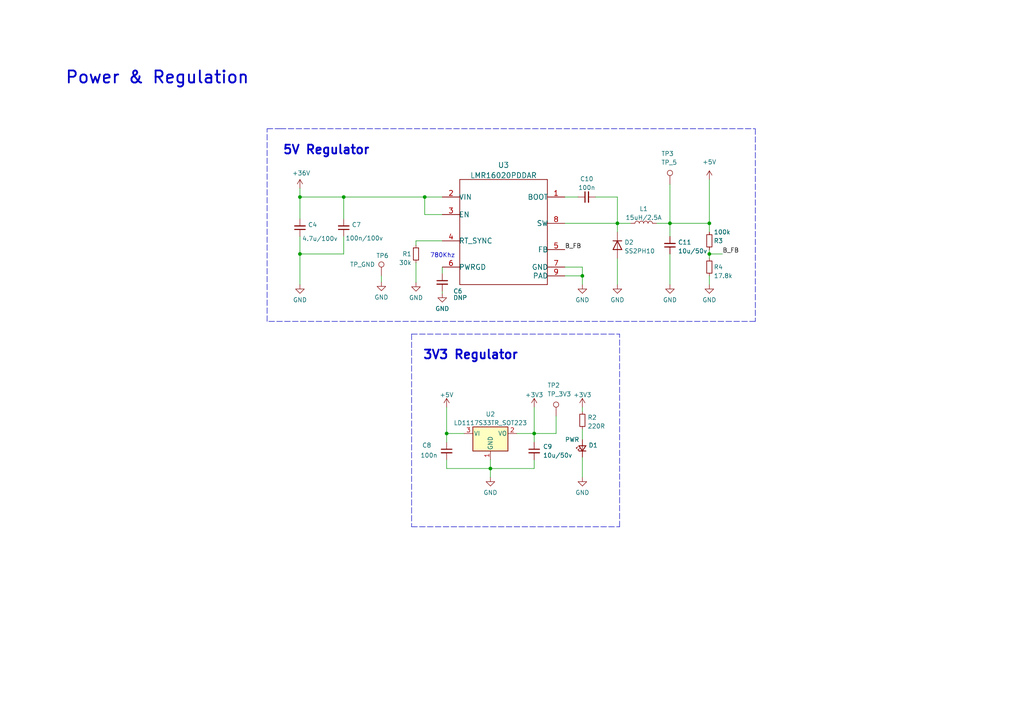
<source format=kicad_sch>
(kicad_sch (version 20250114) (generator "eeschema") (generator_version "9.0")
  (paper "A4")
  (title_block (title "ThunderSTM32") (date "2023-02-08") (rev "v1.0") (company "Yaseen M. Twati") (comment 1 "https://yaseen.ly"))
  (lib_symbols
    (symbol "+5V_1" (power) (pin_names (offset 0))
      (property "Value" "+5V_1" (at 0 3.556 0))
      (symbol "+5V_1_0_1"
        (polyline (pts (xy -0.762 1.27) (xy 0 2.54)))
        (polyline (pts (xy 0 2.54) (xy 0.762 1.27)))
        (polyline (pts (xy 0 0) (xy 0 2.54)))
      )
      (symbol "+5V_1_1_1"
        (pin power_in line (at 0 0 90) (length 0) (hide yes) (name "+5V") (number "1"))
      )
    )
    (symbol "Connector:TestPoint" (pin_numbers (hide yes)) (pin_names (offset 0.762) (hide yes))
      (property "Reference" "TP" (at 0 6.858 0))
      (property "Value" "TestPoint" (at 0 5.08 0))
      (symbol "TestPoint_0_1"
        (circle (center 0 3.302) (radius 0.762))
      )
      (symbol "TestPoint_1_1"
        (pin passive line (at 0 0 90) (length 2.54) (name "1") (number "1"))
      )
    )
    (symbol "Device:C_Small" (pin_numbers (hide yes)) (pin_names (offset 0.254) (hide yes))
      (property "Reference" "C" (at 0.254 1.778 0))
      (property "Value" "C_Small" (at 0.254 -2.032 0))
      (symbol "C_Small_0_1"
        (polyline (pts (xy -1.524 0.508) (xy 1.524 0.508)) (stroke (width 0.3048)))
        (polyline (pts (xy -1.524 -0.508) (xy 1.524 -0.508)) (stroke (width 0.3302)))
      )
      (symbol "C_Small_1_1"
        (pin passive line (at 0 2.54 270) (length 2.032) (name "~") (number "1"))
        (pin passive line (at 0 -2.54 90) (length 2.032) (name "~") (number "2"))
      )
    )
    (symbol "Device:D" (pin_numbers (hide yes)) (pin_names (offset 1.016) (hide yes))
      (property "Reference" "D" (at 0 2.54 0))
      (property "Value" "D" (at 0 -2.54 0))
      (symbol "D_0_1"
        (polyline (pts (xy -1.27 1.27) (xy -1.27 -1.27)) (stroke (width 0.254)))
        (polyline (pts (xy 1.27 1.27) (xy 1.27 -1.27) (xy -1.27 0) (xy 1.27 1.27)) (stroke (width 0.254)))
        (polyline (pts (xy 1.27 0) (xy -1.27 0)))
      )
      (symbol "D_1_1"
        (pin passive line (at -3.81 0 0) (length 2.54) (name "K") (number "1"))
        (pin passive line (at 3.81 0 180) (length 2.54) (name "A") (number "2"))
      )
    )
    (symbol "Device:L" (pin_numbers (hide yes)) (pin_names (offset 1.016) (hide yes))
      (property "Reference" "L" (at -1.27 0 90))
      (property "Value" "L" (at 1.905 0 90))
      (symbol "L_0_1"
        (arc (start 0 2.54) (mid 0.6323 1.905) (end 0 1.27))
        (arc (start 0 1.27) (mid 0.6323 0.635) (end 0 0))
        (arc (start 0 0) (mid 0.6323 -0.635) (end 0 -1.27))
        (arc (start 0 -1.27) (mid 0.6323 -1.905) (end 0 -2.54))
      )
      (symbol "L_1_1"
        (pin passive line (at 0 3.81 270) (length 1.27) (name "1") (number "1"))
        (pin passive line (at 0 -3.81 90) (length 1.27) (name "2") (number "2"))
      )
    )
    (symbol "Device:LED_Small" (pin_numbers (hide yes)) (pin_names (offset 0.254) (hide yes))
      (property "Reference" "D" (at -1.27 3.175 0))
      (property "Value" "LED_Small" (at -4.445 -2.54 0))
      (symbol "LED_Small_0_1"
        (polyline (pts (xy -0.762 -1.016) (xy -0.762 1.016)) (stroke (width 0.254)))
        (polyline (pts (xy 0 0.762) (xy -0.508 1.27) (xy -0.254 1.27) (xy -0.508 1.27) (xy -0.508 1.016)))
        (polyline (pts (xy 0.508 1.27) (xy 0 1.778) (xy 0.254 1.778) (xy 0 1.778) (xy 0 1.524)))
        (polyline (pts (xy 0.762 -1.016) (xy -0.762 0) (xy 0.762 1.016) (xy 0.762 -1.016)) (stroke (width 0.254)))
        (polyline (pts (xy 1.016 0) (xy -0.762 0)))
      )
      (symbol "LED_Small_1_1"
        (pin passive line (at -2.54 0 0) (length 1.778) (name "K") (number "1"))
        (pin passive line (at 2.54 0 180) (length 1.778) (name "A") (number "2"))
      )
    )
    (symbol "Device:R_Small" (pin_numbers (hide yes)) (pin_names (offset 0.254) (hide yes))
      (property "Reference" "R" (at 0.762 0.508 0))
      (property "Value" "R_Small" (at 0.762 -1.016 0))
      (symbol "R_Small_0_1"
        (rectangle (start -0.762 1.778) (end 0.762 -1.778) (stroke (width 0.2032)))
      )
      (symbol "R_Small_1_1"
        (pin passive line (at 0 2.54 270) (length 0.762) (name "~") (number "1"))
        (pin passive line (at 0 -2.54 90) (length 0.762) (name "~") (number "2"))
      )
    )
    (symbol "LMR16020:LMR16020PDDAR" (pin_names (offset -0.254))
      (property "Reference" "U" (at 0 2.54 0))
      (property "Value" "LMR16020PDDAR" (at 0 0 0))
      (symbol "LMR16020PDDAR_1_1"
        (polyline (pts (xy -12.7 15.24) (xy -12.7 -15.24)) (stroke (width 0.2032)))
        (polyline (pts (xy -12.7 -15.24) (xy 12.7 -15.24)) (stroke (width 0.2032)))
        (polyline (pts (xy 12.7 15.24) (xy -12.7 15.24)) (stroke (width 0.2032)))
        (polyline (pts (xy 12.7 -15.24) (xy 12.7 15.24)) (stroke (width 0.2032)))
        (pin power_in line (at -17.78 10.16 0) (length 5.08) (name "VIN") (number "2"))
        (pin input line (at -17.78 5.08 0) (length 5.08) (name "EN") (number "3"))
        (pin unspecified line (at -17.78 -2.54 0) (length 5.08) (name "RT_SYNC") (number "4"))
        (pin output line (at -17.78 -10.16 0) (length 5.08) (name "PWRGD") (number "6"))
        (pin unspecified line (at 17.78 10.16 180) (length 5.08) (name "BOOT") (number "1"))
        (pin power_in line (at 17.78 2.54 180) (length 5.08) (name "SW") (number "8"))
        (pin input line (at 17.78 -5.08 180) (length 5.08) (name "FB") (number "5"))
        (pin power_in line (at 17.78 -10.16 180) (length 5.08) (name "GND") (number "7"))
        (pin power_in line (at 17.78 -12.7 180) (length 5.08) (name "PAD") (number "9"))
      )
    )
    (symbol "Regulator_Linear:LD1117S33TR_SOT223" (pin_names (offset 0.254))
      (property "Reference" "U" (at -3.81 3.175 0))
      (property "Value" "LD1117S33TR_SOT223" (at 0 3.175 0))
      (symbol "LD1117S33TR_SOT223_0_1"
        (rectangle (start -5.08 -5.08) (end 5.08 1.905) (stroke (width 0.254)) (fill (type background)))
      )
      (symbol "LD1117S33TR_SOT223_1_1"
        (pin power_in line (at -7.62 0 0) (length 2.54) (name "VI") (number "3"))
        (pin power_in line (at 0 -7.62 90) (length 2.54) (name "GND") (number "1"))
        (pin power_out line (at 7.62 0 180) (length 2.54) (name "VO") (number "2"))
      )
    )
    (symbol "power:+36V" (power) (pin_names (offset 0))
      (property "Value" "+36V" (at 0 3.556 0))
      (symbol "+36V_0_1"
        (polyline (pts (xy -0.762 1.27) (xy 0 2.54)))
        (polyline (pts (xy 0 2.54) (xy 0.762 1.27)))
        (polyline (pts (xy 0 0) (xy 0 2.54)))
      )
      (symbol "+36V_1_1"
        (pin power_in line (at 0 0 90) (length 0) (hide yes) (name "+36V") (number "1"))
      )
    )
    (symbol "power:+3V3" (power) (pin_names (offset 0))
      (property "Value" "+3V3" (at 0 3.556 0))
      (symbol "+3V3_0_1"
        (polyline (pts (xy -0.762 1.27) (xy 0 2.54)))
        (polyline (pts (xy 0 2.54) (xy 0.762 1.27)))
        (polyline (pts (xy 0 0) (xy 0 2.54)))
      )
      (symbol "+3V3_1_1"
        (pin power_in line (at 0 0 90) (length 0) (hide yes) (name "+3V3") (number "1"))
      )
    )
    (symbol "power:+5V" (power) (pin_names (offset 0))
      (property "Value" "+5V" (at 0 3.556 0))
      (symbol "+5V_0_1"
        (polyline (pts (xy -0.762 1.27) (xy 0 2.54)))
        (polyline (pts (xy 0 2.54) (xy 0.762 1.27)))
        (polyline (pts (xy 0 0) (xy 0 2.54)))
      )
      (symbol "+5V_1_1"
        (pin power_in line (at 0 0 90) (length 0) (hide yes) (name "+5V") (number "1"))
      )
    )
    (symbol "power:GND" (power) (pin_names (offset 0))
      (property "Value" "GND" (at 0 -3.81 0))
      (symbol "GND_0_1"
        (polyline (pts (xy 0 0) (xy 0 -1.27) (xy 1.27 -1.27) (xy 0 -2.54) (xy -1.27 -1.27) (xy 0 -1.27)))
      )
      (symbol "GND_1_1"
        (pin power_in line (at 0 0 270) (length 0) (hide yes) (name "GND") (number "1"))
      )
    )
  )
  (text "5V Regulator" (at 81.915 45.085 0) (effects (font (size 2.54 2.54) (thickness 0.508) (bold yes)) (justify left bottom)))
  (text "Power & Regulation" (at 18.796 24.638 0) (effects (font (size 3.5 3.5) (thickness 0.508) (bold yes)) (justify left bottom)))
  (text "780Khz\n" (at 124.714 74.93 0) (effects (font (size 1.27 1.27)) (justify left bottom)))
  (text "3V3 Regulator" (at 122.555 104.521 0) (effects (font (size 2.54 2.54) (thickness 0.508) (bold yes)) (justify left bottom)))
  (junction (at 205.74 64.77))
  (junction (at 86.995 57.15))
  (junction (at 129.54 125.73))
  (junction (at 123.19 57.15))
  (junction (at 99.695 57.15))
  (junction (at 205.74 73.66))
  (junction (at 142.24 135.89))
  (junction (at 154.94 125.73))
  (junction (at 194.31 64.77))
  (junction (at 179.07 64.77))
  (junction (at 86.995 73.66))
  (junction (at 168.91 80.01))
  (wire (pts (xy 194.31 64.77) (xy 190.5 64.77)))
  (wire (pts (xy 123.19 62.23) (xy 123.19 57.15)))
  (wire (pts (xy 86.995 57.15) (xy 86.995 63.5)))
  (wire (pts (xy 142.24 135.89) (xy 142.24 133.35)))
  (wire (pts (xy 154.94 125.73) (xy 149.86 125.73)))
  (wire (pts (xy 86.995 57.15) (xy 99.695 57.15)))
  (wire (pts (xy 128.27 62.23) (xy 123.19 62.23)))
  (wire (pts (xy 99.695 73.66) (xy 86.995 73.66)))
  (wire (pts (xy 194.31 73.66) (xy 194.31 82.55)))
  (wire (pts (xy 154.94 135.89) (xy 154.94 133.35)))
  (wire (pts (xy 205.74 80.01) (xy 205.74 82.55)))
  (wire (pts (xy 179.07 64.77) (xy 179.07 67.31)))
  (wire (pts (xy 129.54 118.11) (xy 129.54 125.73)))
  (wire (pts (xy 142.24 135.89) (xy 154.94 135.89)))
  (polyline (pts (xy 219.075 37.338) (xy 219.075 93.218)) (stroke (width 0) (type dash)))
  (wire (pts (xy 205.74 73.66) (xy 205.74 74.93)))
  (wire (pts (xy 142.24 135.89) (xy 142.24 138.43)))
  (wire (pts (xy 205.74 73.66) (xy 209.55 73.66)))
  (wire (pts (xy 168.91 118.11) (xy 168.91 119.38)))
  (wire (pts (xy 154.94 128.27) (xy 154.94 125.73)))
  (wire (pts (xy 128.27 77.47) (xy 128.27 79.375)))
  (wire (pts (xy 86.995 73.66) (xy 86.995 82.55)))
  (wire (pts (xy 179.07 74.93) (xy 179.07 82.55)))
  (polyline (pts (xy 179.705 152.781) (xy 179.705 96.901)) (stroke (width 0) (type dash)))
  (wire (pts (xy 99.695 57.15) (xy 123.19 57.15)))
  (wire (pts (xy 168.91 82.55) (xy 168.91 80.01)))
  (wire (pts (xy 120.65 71.12) (xy 120.65 69.85)))
  (wire (pts (xy 179.07 57.15) (xy 179.07 64.77)))
  (wire (pts (xy 205.74 72.39) (xy 205.74 73.66)))
  (wire (pts (xy 205.74 64.77) (xy 194.31 64.77)))
  (wire (pts (xy 123.19 57.15) (xy 128.27 57.15)))
  (wire (pts (xy 86.995 54.61) (xy 86.995 57.15)))
  (wire (pts (xy 120.65 69.85) (xy 128.27 69.85)))
  (polyline (pts (xy 219.075 93.218) (xy 77.47 93.218)) (stroke (width 0) (type dash)))
  (wire (pts (xy 129.54 135.89) (xy 142.24 135.89)))
  (wire (pts (xy 168.91 77.47) (xy 163.83 77.47)))
  (wire (pts (xy 168.91 132.588) (xy 168.91 138.43)))
  (wire (pts (xy 99.695 68.58) (xy 99.695 73.66)))
  (wire (pts (xy 163.83 80.01) (xy 168.91 80.01)))
  (wire (pts (xy 163.83 57.15) (xy 167.64 57.15)))
  (wire (pts (xy 86.995 68.58) (xy 86.995 73.66)))
  (wire (pts (xy 110.617 80.01) (xy 110.617 81.788)))
  (wire (pts (xy 194.31 64.77) (xy 194.31 68.58)))
  (wire (pts (xy 120.65 76.2) (xy 120.65 81.915)))
  (polyline (pts (xy 77.47 93.218) (xy 77.47 37.338)) (stroke (width 0) (type dash)))
  (polyline (pts (xy 81.28 37.338) (xy 219.075 37.338)) (stroke (width 0) (type dash)))
  (wire (pts (xy 99.695 57.15) (xy 99.695 63.5)))
  (wire (pts (xy 179.07 64.77) (xy 182.88 64.77)))
  (wire (pts (xy 129.54 133.35) (xy 129.54 135.89)))
  (polyline (pts (xy 119.38 96.901) (xy 179.705 96.901)) (stroke (width 0) (type dash)))
  (wire (pts (xy 134.62 125.73) (xy 129.54 125.73)))
  (polyline (pts (xy 119.38 152.781) (xy 179.705 152.781)) (stroke (width 0) (type dash)))
  (wire (pts (xy 161.29 125.73) (xy 154.94 125.73)))
  (wire (pts (xy 129.54 125.73) (xy 129.54 128.27)))
  (wire (pts (xy 128.27 84.455) (xy 128.27 85.09)))
  (polyline (pts (xy 119.38 96.901) (xy 119.38 152.781)) (stroke (width 0) (type dash)))
  (wire (pts (xy 154.94 118.11) (xy 154.94 125.73)))
  (wire (pts (xy 172.72 57.15) (xy 179.07 57.15)))
  (wire (pts (xy 168.91 80.01) (xy 168.91 77.47)))
  (wire (pts (xy 194.31 53.467) (xy 194.31 64.77)))
  (wire (pts (xy 168.91 124.46) (xy 168.91 127.508)))
  (wire (pts (xy 163.83 64.77) (xy 179.07 64.77)))
  (wire (pts (xy 205.74 67.31) (xy 205.74 64.77)))
  (wire (pts (xy 205.74 52.07) (xy 205.74 64.77)))
  (polyline (pts (xy 77.47 37.338) (xy 81.28 37.338)) (stroke (width 0) (type dash)))
  (wire (pts (xy 161.29 120.65) (xy 161.29 125.73)))
  (label "B_FB" (at 209.55 73.66 0))
  (label "B_FB" (at 163.83 72.39 0))
  (symbol (lib_id "power:GND") (at 86.995 82.55 0) (unit 1)
    (property "Reference" "#PWR06" (effects (hide yes)))
    (property "Value" "GND" (at 86.995 86.9934 0))
  )
  (symbol (lib_id "Regulator_Linear:LD1117S33TR_SOT223") (at 142.24 125.73 0) (unit 1)
    (property "Reference" "U2" (at 142.24 120.1252 0))
    (property "Value" "LD1117S33TR_SOT223" (at 142.24 122.6621 0))
    (property "Footprint" "Package_TO_SOT_SMD:SOT-223-3_TabPin2" (effects (hide yes)))
    (property "Datasheet" "http://www.st.com/st-web-ui/static/active/en/resource/technical/document/datasheet/CD00000544.pdf" (effects (hide yes)))
    (property "LCSC" "C115288" (effects (hide yes)))
  )
  (symbol (lib_id "Device:R_Small") (at 120.65 73.66 180) (unit 1)
    (property "Reference" "R1" (at 119.38 73.66 0) (effects (justify left)))
    (property "Value" "30k" (at 119.38 76.2 0) (effects (justify left)))
    (property "Footprint" "Resistor_SMD:R_0603_1608Metric" (effects (hide yes)))
    (property "LCSC" "C22984" (effects (hide yes)))
  )
  (symbol (lib_id "power:+3V3") (at 168.91 118.11 0) (unit 1)
    (property "Reference" "#PWR012" (effects (hide yes)))
    (property "Value" "+3V3" (at 168.91 114.5342 0))
  )
  (symbol (lib_id "power:+3V3") (at 154.94 118.11 0) (unit 1)
    (property "Reference" "#PWR011" (effects (hide yes)))
    (property "Value" "+3V3" (at 154.94 114.5342 0))
  )
  (symbol (lib_id "Device:C_Small") (at 86.995 66.04 180) (unit 1)
    (property "Reference" "C4" (at 89.3191 65.1989 0) (effects (justify right)))
    (property "Value" "4.7u/100v" (at 87.63 69.215 0) (effects (justify right)))
    (property "Footprint" "Capacitor_SMD:C_1812_4532Metric" (effects (hide yes)))
    (property "LCSC" "C784101" (effects (hide yes)))
  )
  (symbol (lib_id "Device:C_Small") (at 170.18 57.15 90) (unit 1)
    (property "Reference" "C10" (at 170.1863 51.8881 90))
    (property "Value" "100n" (at 170.1863 54.425 90))
    (property "Footprint" "Capacitor_SMD:C_0603_1608Metric" (effects (hide yes)))
    (property "LCSC" "C15725" (effects (hide yes)))
  )
  (symbol (lib_id "LMR16020:LMR16020PDDAR") (at 146.05 67.31 0) (unit 1)
    (property "Reference" "U3" (at 146.05 47.8843 0) (effects (font (size 1.524 1.524))))
    (property "Value" "LMR16020PDDAR" (at 146.05 50.8777 0) (effects (font (size 1.524 1.524))))
    (property "Footprint" "LMR16020:LMR16020PDDAR" (effects (hide yes)))
    (property "LCSC" "C190006" (effects (hide yes)))
  )
  (symbol (lib_id "power:GND") (at 120.65 81.915 0) (unit 1)
    (property "Reference" "#PWR08" (effects (hide yes)))
    (property "Value" "GND" (at 120.65 86.3584 0))
  )
  (symbol (lib_id "Device:C_Small") (at 154.94 130.81 0) (unit 1)
    (property "Reference" "C9" (at 157.48 129.54 0) (effects (justify left)))
    (property "Value" "10u/50v" (at 157.48 132.08 0) (effects (justify left)))
    (property "Footprint" "Capacitor_SMD:C_1210_3225Metric" (effects (hide yes)))
    (property "LCSC" "C18739" (effects (hide yes)))
  )
  (symbol (lib_id "power:GND") (at 142.24 138.43 0) (unit 1)
    (property "Reference" "#PWR010" (effects (hide yes)))
    (property "Value" "GND" (at 142.24 142.8734 0))
  )
  (symbol (lib_id "power:GND") (at 168.91 82.55 0) (unit 1)
    (property "Reference" "#PWR014" (effects (hide yes)))
    (property "Value" "GND" (at 168.91 86.9934 0))
  )
  (symbol (lib_id "Connector:TestPoint") (at 161.29 120.65 0) (unit 1)
    (property "Reference" "TP2" (at 158.75 111.7631 0) (effects (justify left)))
    (property "Value" "TP_3V3" (at 158.75 114.3 0) (effects (justify left)))
    (property "Footprint" "TestPoint:TestPoint_Pad_D1.0mm" (effects (hide yes)))
  )
  (symbol (lib_id "power:+36V") (at 86.995 54.61 0) (unit 1)
    (property "Reference" "#PWR05" (effects (hide yes)))
    (property "Value" "+36V" (at 87.376 50.2158 0))
  )
  (symbol (lib_id "power:GND") (at 110.617 81.788 0) (unit 1)
    (property "Reference" "#PWR0115" (effects (hide yes)))
    (property "Value" "GND" (at 110.617 86.2314 0))
  )
  (symbol (lib_id "Connector:TestPoint") (at 194.31 53.467 0) (unit 1)
    (property "Reference" "TP3" (at 191.77 44.5801 0) (effects (justify left)))
    (property "Value" "TP_5" (at 191.77 47.117 0) (effects (justify left)))
    (property "Footprint" "TestPoint:TestPoint_Pad_D1.0mm" (effects (hide yes)))
  )
  (symbol (lib_id "Device:C_Small") (at 194.31 71.12 180) (unit 1)
    (property "Reference" "C11" (at 196.6341 70.2789 0) (effects (justify right)))
    (property "Value" "10u/50v" (at 196.6341 72.8158 0) (effects (justify right)))
    (property "Footprint" "Capacitor_SMD:C_1210_3225Metric" (effects (hide yes)))
    (property "LCSC" "C18739" (effects (hide yes)))
  )
  (symbol (lib_id "power:GND") (at 128.27 85.09 0) (unit 1)
    (property "Reference" "#PWR0109" (effects (hide yes)))
    (property "Value" "GND" (at 128.27 89.5334 0))
  )
  (symbol (lib_id "power:GND") (at 179.07 82.55 0) (unit 1)
    (property "Reference" "#PWR015" (effects (hide yes)))
    (property "Value" "GND" (at 179.07 86.9934 0))
  )
  (symbol (lib_id "Connector:TestPoint") (at 110.617 80.01 0) (unit 1)
    (property "Reference" "TP6" (at 109.093 74.168 0) (effects (justify left)))
    (property "Value" "TP_GND" (at 101.473 76.708 0) (effects (justify left)))
    (property "Footprint" "TestPoint:TestPoint_Pad_D1.0mm" (effects (hide yes)))
  )
  (symbol (lib_name "+5V_1") (lib_id "power:+5V") (at 205.74 52.07 0) (unit 1)
    (property "Reference" "#PWR0101" (effects (hide yes)))
    (property "Value" "+5V" (at 205.74 46.99 0))
  )
  (symbol (lib_id "Device:C_Small") (at 129.54 130.81 0) (unit 1)
    (property "Reference" "C8" (at 122.428 129.159 0) (effects (justify left)))
    (property "Value" "100n" (at 121.92 132.08 0) (effects (justify left)))
    (property "Footprint" "Capacitor_SMD:C_0603_1608Metric" (effects (hide yes)))
    (property "LCSC" "C15725" (effects (hide yes)))
  )
  (symbol (lib_id "power:GND") (at 205.74 82.55 0) (unit 1)
    (property "Reference" "#PWR018" (effects (hide yes)))
    (property "Value" "GND" (at 205.74 86.9934 0))
  )
  (symbol (lib_id "Device:L") (at 186.69 64.77 90) (unit 1)
    (property "Reference" "L1" (at 186.69 60.5622 90))
    (property "Value" "15uH/2.5A" (at 186.69 63.0991 90))
    (property "Footprint" "Inductor_SMD:L_Bourns_SRN6045TA" (effects (hide yes)))
    (property "LCSC" "C404502" (effects (hide yes)))
  )
  (symbol (lib_id "Device:R_Small") (at 205.74 77.47 0) (unit 1)
    (property "Reference" "R4" (at 207.01 77.47 0) (effects (justify left)))
    (property "Value" "17.8k" (at 207.01 80.01 0) (effects (justify left)))
    (property "Footprint" "Resistor_SMD:R_0603_1608Metric" (effects (hide yes)))
    (property "LCSC" "C22821" (effects (hide yes)))
  )
  (symbol (lib_id "Device:LED_Small") (at 168.91 130.048 90) (unit 1)
    (property "Reference" "D1" (at 170.688 129.1498 90) (effects (justify right)))
    (property "Value" "PWR" (at 163.83 127.508 90) (effects (justify right)))
    (property "Footprint" "LED_SMD:LED_0603_1608Metric" (effects (hide yes)))
    (property "LCSC" "C72043" (effects (hide yes)))
  )
  (symbol (lib_id "Device:R_Small") (at 205.74 69.85 0) (unit 1)
    (property "Reference" "R3" (at 207.01 69.85 0) (effects (justify left)))
    (property "Value" "100k" (at 207.01 67.31 0) (effects (justify left)))
    (property "Footprint" "Resistor_SMD:R_0603_1608Metric" (effects (hide yes)))
    (property "LCSC" "C25803" (effects (hide yes)))
  )
  (symbol (lib_id "Device:D") (at 179.07 71.12 270) (unit 1)
    (property "Reference" "D2" (at 181.102 70.2853 90) (effects (justify left)))
    (property "Value" "SS2PH10" (at 181.102 72.8222 90) (effects (justify left)))
    (property "Footprint" "SS2PH10:SS2PH10-M3&slash_85A" (effects (hide yes)))
    (property "LCSC" "C77393" (effects (hide yes)))
  )
  (symbol (lib_id "Device:R_Small") (at 168.91 121.92 0) (unit 1)
    (property "Reference" "R2" (at 170.4086 121.0853 0) (effects (justify left)))
    (property "Value" "220R" (at 170.4086 123.6222 0) (effects (justify left)))
    (property "Footprint" "Resistor_SMD:R_0603_1608Metric" (effects (hide yes)))
    (property "LCSC" "C22962" (effects (hide yes)))
  )
  (symbol (lib_id "Device:C_Small") (at 128.27 81.915 0) (unit 1)
    (property "Reference" "C6" (at 131.445 84.455 0) (effects (justify left)))
    (property "Value" "DNP" (at 131.445 86.36 0) (effects (justify left)))
    (property "Footprint" "Capacitor_SMD:C_0603_1608Metric" (effects (hide yes)))
  )
  (symbol (lib_id "power:GND") (at 194.31 82.55 0) (unit 1)
    (property "Reference" "#PWR016" (effects (hide yes)))
    (property "Value" "GND" (at 194.31 86.9934 0))
  )
  (symbol (lib_id "power:+5V") (at 129.54 118.11 0) (unit 1)
    (property "Reference" "#PWR09" (effects (hide yes)))
    (property "Value" "+5V" (at 129.54 114.5342 0))
  )
  (symbol (lib_id "power:GND") (at 168.91 138.43 0) (unit 1)
    (property "Reference" "#PWR013" (effects (hide yes)))
    (property "Value" "GND" (at 168.91 142.8734 0))
  )
  (symbol (lib_id "Device:C_Small") (at 99.695 66.04 180) (unit 1)
    (property "Reference" "C7" (at 102.0191 65.1989 0) (effects (justify right)))
    (property "Value" "100n/100v" (at 100.203 69.088 0) (effects (justify right)))
    (property "Footprint" "Capacitor_SMD:C_0805_2012Metric" (effects (hide yes)))
    (property "LCSC" "C28233" (effects (hide yes)))
  )
)
</source>
